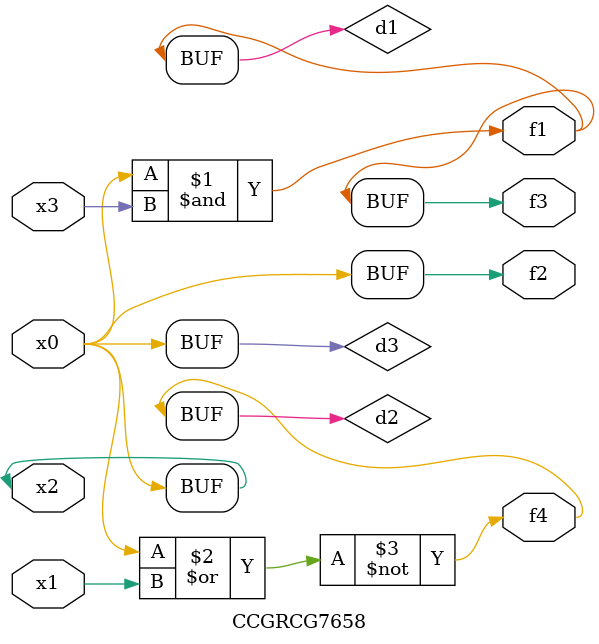
<source format=v>
module CCGRCG7658(
	input x0, x1, x2, x3,
	output f1, f2, f3, f4
);

	wire d1, d2, d3;

	and (d1, x2, x3);
	nor (d2, x0, x1);
	buf (d3, x0, x2);
	assign f1 = d1;
	assign f2 = d3;
	assign f3 = d1;
	assign f4 = d2;
endmodule

</source>
